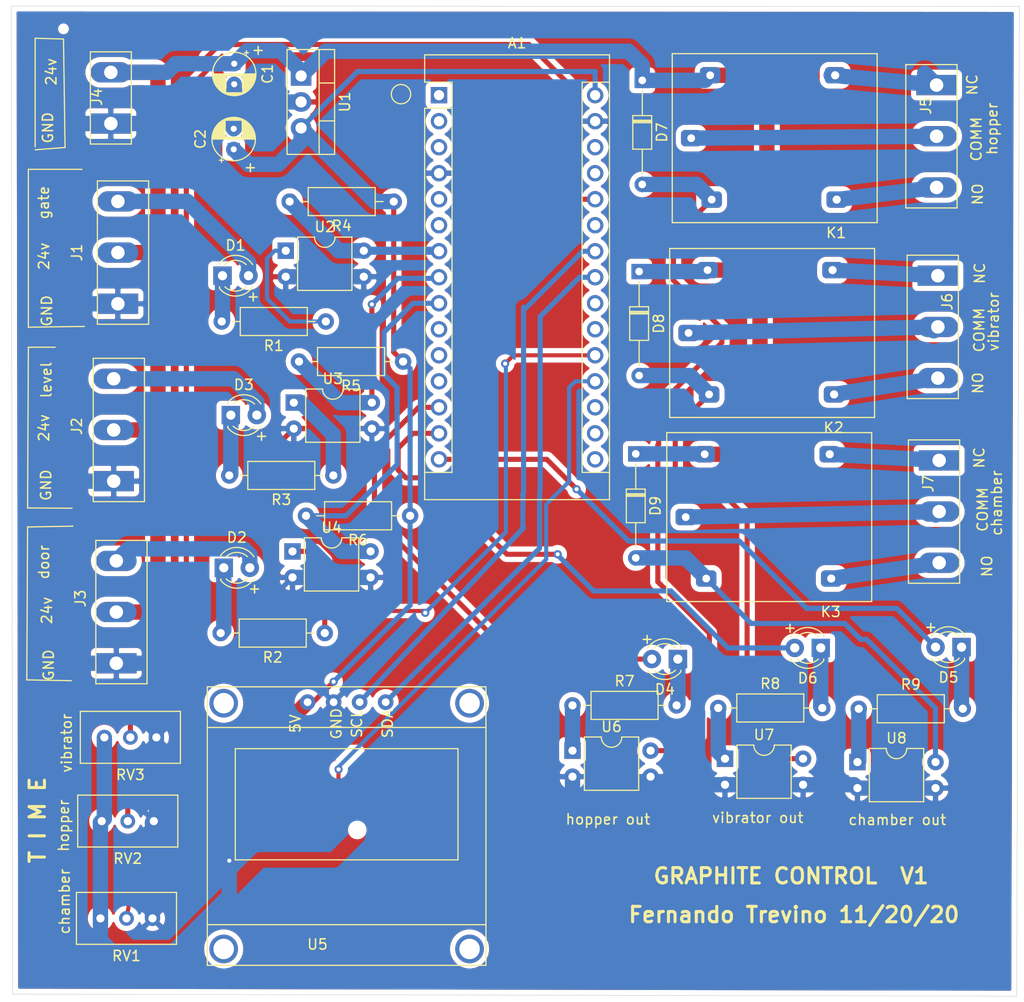
<source format=kicad_pcb>
(kicad_pcb (version 20171130) (host pcbnew "(5.1.6)-1")
  (layers (0 F.Cu signal) (31 B.Cu signal) (34 B.Paste user) (35 F.Paste user) (36 B.SilkS user) (37 F.SilkS user) (38 B.Mask user) (39 F.Mask user) (44 Edge.Cuts user))
  (net 0 "")
  (net 1 "Net-(A1-Pad1)")
  (net 2 "Net-(A1-Pad17)")
  (net 3 "Net-(A1-Pad2)")
  (net 4 "Net-(A1-Pad18)")
  (net 5 "Net-(A1-Pad3)")
  (net 6 Ao)
  (net 7 GND)
  (net 8 A1)
  (net 9 "Net-(A1-Pad5)")
  (net 10 "Net-(A1-Pad21)")
  (net 11 "Net-(A1-Pad6)")
  (net 12 "Net-(A1-Pad22)")
  (net 13 gate_hopper)
  (net 14 A4)
  (net 15 level_chamber)
  (net 16 A5)
  (net 17 safety_doors)
  (net 18 "Net-(A1-Pad25)")
  (net 19 "Net-(A1-Pad10)")
  (net 20 A7)
  (net 21 "Net-(A1-Pad11)")
  (net 22 "Net-(A1-Pad27)")
  (net 23 "Net-(A1-Pad12)")
  (net 24 "Net-(A1-Pad28)")
  (net 25 out_hopper)
  (net 26 out_vibrator)
  (net 27 +5vdc)
  (net 28 out_chamber)
  (net 29 "Net-(A1-Pad16)")
  (net 30 +24vdc)
  (net 31 "Net-(D1-Pad2)")
  (net 32 "Net-(D1-Pad1)")
  (net 33 "Net-(D2-Pad2)")
  (net 34 "Net-(D2-Pad1)")
  (net 35 "Net-(D3-Pad1)")
  (net 36 "Net-(D3-Pad2)")
  (net 37 "Net-(D4-Pad1)")
  (net 38 "Net-(D5-Pad1)")
  (net 39 "Net-(D6-Pad1)")
  (net 40 "Net-(D7-Pad2)")
  (net 41 "Net-(D8-Pad2)")
  (net 42 "Net-(D9-Pad2)")
  (net 43 "Net-(J5-Pad3)")
  (net 44 "Net-(J5-Pad2)")
  (net 45 "Net-(J5-Pad1)")
  (net 46 "Net-(J6-Pad3)")
  (net 47 "Net-(J6-Pad2)")
  (net 48 "Net-(J6-Pad1)")
  (net 49 "Net-(J7-Pad1)")
  (net 50 "Net-(J7-Pad2)")
  (net 51 "Net-(J7-Pad3)")
  (net 52 "Net-(R1-Pad1)")
  (net 53 "Net-(R2-Pad1)")
  (net 54 "Net-(R3-Pad1)")
  (net 55 "Net-(R7-Pad1)")
  (net 56 "Net-(R8-Pad1)")
  (net 57 "Net-(R9-Pad1)")
  (module ssd1306128x64:ssd1306128x64 (layer F.Cu) (at 66.4464 110.4392)
    (fp_text reference U5 (at -2.8448 11.557) (layer F.SilkS))
    (fp_text value ssd1306128x64)
    (fp_text user SDA (at 4 -10 90) (layer F.SilkS))
    (fp_text user SCL (at 1 -10 90) (layer F.SilkS))
    (fp_text user 5V (at -5 -10 90) (layer F.SilkS))
    (fp_text user GND (at -1 -10 90) (layer F.SilkS))
    (pad "" thru_hole circle (at -12 12) (size 2.8 2.8) (drill 2) (layers *.Cu *.Mask))
    (pad "" thru_hole circle (at 12 12) (size 2.8 2.8) (drill 2) (layers *.Cu *.Mask))
    (pad "" thru_hole circle (at 12 -12) (size 2.8 2.8) (drill 2) (layers *.Cu *.Mask))
    (pad "" thru_hole circle (at -12 -12) (size 2.8 2.8) (drill 2) (layers *.Cu *.Mask))
    (pad 4 thru_hole circle (at 3.81 -12.1) (size 1.524 1.524) (drill 0.762) (layers *.Cu *.Mask) (net 14 A4))
    (pad 3 thru_hole circle (at 1.27 -12.1) (size 1.524 1.524) (drill 0.762) (layers *.Cu *.Mask) (net 16 A5))
    (pad 2 thru_hole circle (at -1.27 -12.1) (size 1.524 1.524) (drill 0.762) (layers *.Cu *.Mask) (net 7 GND))
    (pad 1 thru_hole circle (at -3.81 -12.1) (size 1.524 1.524) (drill 0.762) (layers *.Cu *.Mask) (net 27 +5vdc))
  )
  (module conectores:TerminalBlock_Altech_AK300-2_P5.00mm (layer F.Cu) (at 43.434 41.8338 90)
    (fp_text reference J4 (at 2.5908 -1.3716 90) (layer F.SilkS))
    (fp_text value Screw_Terminal_01x02)
    (pad 2 thru_hole oval (at 5 0 90) (size 1.98 3.96) (drill 1.32) (layers *.Cu *.Mask) (net 30 +24vdc))
    (pad 1 thru_hole rect (at 0 0 90) (size 1.98 3.96) (drill 1.32) (layers *.Cu *.Mask) (net 7 GND))
  )
  (module conectores:TerminalBlock_Altech_AK300-3_P5.00mm (layer F.Cu) (at 124.0282 38.0746 270)
    (fp_text reference J5 (at 2.032 1.0414 270) (layer F.SilkS))
    (fp_text value Screw_Terminal_01x03)
    (pad 3 thru_hole oval (at 10 0 270) (size 1.98 3.96) (drill 1.32) (layers *.Cu *.Mask) (net 43 "Net-(J5-Pad3)"))
    (pad 2 thru_hole oval (at 5 0 270) (size 1.98 3.96) (drill 1.32) (layers *.Cu *.Mask) (net 44 "Net-(J5-Pad2)"))
    (pad 1 thru_hole rect (at 0 0 270) (size 1.98 3.96) (drill 1.32) (layers *.Cu *.Mask) (net 45 "Net-(J5-Pad1)"))
  )
  (module conectores:TerminalBlock_Altech_AK300-3_P5.00mm (layer F.Cu) (at 44.1198 59.436 90)
    (fp_text reference J1 (at 5 -4 90) (layer F.SilkS))
    (fp_text value Screw_Terminal_01x03)
    (pad 3 thru_hole oval (at 10 0 90) (size 1.98 3.96) (drill 1.32) (layers *.Cu *.Mask) (net 31 "Net-(D1-Pad2)"))
    (pad 2 thru_hole oval (at 5 0 90) (size 1.98 3.96) (drill 1.32) (layers *.Cu *.Mask) (net 30 +24vdc))
    (pad 1 thru_hole rect (at 0 0 90) (size 1.98 3.96) (drill 1.32) (layers *.Cu *.Mask) (net 7 GND))
  )
  (module conectores:TerminalBlock_Altech_AK300-3_P5.00mm (layer F.Cu) (at 43.7134 76.7588 90)
    (fp_text reference J2 (at 5.3594 -3.6068 90) (layer F.SilkS))
    (fp_text value Screw_Terminal_01x03)
    (pad 3 thru_hole oval (at 10 0 90) (size 1.98 3.96) (drill 1.32) (layers *.Cu *.Mask) (net 36 "Net-(D3-Pad2)"))
    (pad 2 thru_hole oval (at 5 0 90) (size 1.98 3.96) (drill 1.32) (layers *.Cu *.Mask) (net 30 +24vdc))
    (pad 1 thru_hole rect (at 0 0 90) (size 1.98 3.96) (drill 1.32) (layers *.Cu *.Mask) (net 7 GND))
  )
  (module conectores:TerminalBlock_Altech_AK300-3_P5.00mm (layer F.Cu) (at 43.9674 94.5388 90)
    (fp_text reference J3 (at 6.3246 -3.5052 90) (layer F.SilkS))
    (fp_text value Screw_Terminal_01x03)
    (pad 3 thru_hole oval (at 10 0 90) (size 1.98 3.96) (drill 1.32) (layers *.Cu *.Mask) (net 33 "Net-(D2-Pad2)"))
    (pad 2 thru_hole oval (at 5 0 90) (size 1.98 3.96) (drill 1.32) (layers *.Cu *.Mask) (net 30 +24vdc))
    (pad 1 thru_hole rect (at 0 0 90) (size 1.98 3.96) (drill 1.32) (layers *.Cu *.Mask) (net 7 GND))
  )
  (module conectores:TerminalBlock_Altech_AK300-3_P5.00mm (layer F.Cu) (at 124.1552 56.6928 270)
    (fp_text reference J6 (at 2.54 -0.9144 90) (layer F.SilkS))
    (fp_text value Screw_Terminal_01x03)
    (pad 3 thru_hole oval (at 10 0 270) (size 1.98 3.96) (drill 1.32) (layers *.Cu *.Mask) (net 46 "Net-(J6-Pad3)"))
    (pad 2 thru_hole oval (at 5 0 270) (size 1.98 3.96) (drill 1.32) (layers *.Cu *.Mask) (net 47 "Net-(J6-Pad2)"))
    (pad 1 thru_hole rect (at 0 0 270) (size 1.98 3.96) (drill 1.32) (layers *.Cu *.Mask) (net 48 "Net-(J6-Pad1)"))
  )
  (module conectores:TerminalBlock_Altech_AK300-3_P5.00mm (layer F.Cu) (at 124.2822 74.7268 270)
    (fp_text reference J7 (at 2.286 1.0668 90) (layer F.SilkS))
    (fp_text value Screw_Terminal_01x03)
    (pad 3 thru_hole oval (at 10 0 270) (size 1.98 3.96) (drill 1.32) (layers *.Cu *.Mask) (net 51 "Net-(J7-Pad3)"))
    (pad 2 thru_hole oval (at 5 0 270) (size 1.98 3.96) (drill 1.32) (layers *.Cu *.Mask) (net 50 "Net-(J7-Pad2)"))
    (pad 1 thru_hole rect (at 0 0 270) (size 1.98 3.96) (drill 1.32) (layers *.Cu *.Mask) (net 49 "Net-(J7-Pad1)"))
  )
  (module Module:Arduino_Nano (layer F.Cu) (at 75.4634 39.0652)
    (fp_text reference A1 (at 7.62 -5.08) (layer F.SilkS))
    (fp_text value Arduino_Nano_v3.x)
    (pad 16 thru_hole oval (at 15.24 35.56) (size 1.6 1.6) (drill 1) (layers *.Cu *.Mask) (net 29 "Net-(A1-Pad16)"))
    (pad 15 thru_hole oval (at 0 35.56) (size 1.6 1.6) (drill 1) (layers *.Cu *.Mask) (net 28 out_chamber))
    (pad 30 thru_hole oval (at 15.24 0) (size 1.6 1.6) (drill 1) (layers *.Cu *.Mask) (net 27 +5vdc))
    (pad 14 thru_hole oval (at 0 33.02) (size 1.6 1.6) (drill 1) (layers *.Cu *.Mask) (net 26 out_vibrator))
    (pad 29 thru_hole oval (at 15.24 2.54) (size 1.6 1.6) (drill 1) (layers *.Cu *.Mask) (net 7 GND))
    (pad 13 thru_hole oval (at 0 30.48) (size 1.6 1.6) (drill 1) (layers *.Cu *.Mask) (net 25 out_hopper))
    (pad 28 thru_hole oval (at 15.24 5.08) (size 1.6 1.6) (drill 1) (layers *.Cu *.Mask) (net 24 "Net-(A1-Pad28)"))
    (pad 12 thru_hole oval (at 0 27.94) (size 1.6 1.6) (drill 1) (layers *.Cu *.Mask) (net 23 "Net-(A1-Pad12)"))
    (pad 27 thru_hole oval (at 15.24 7.62) (size 1.6 1.6) (drill 1) (layers *.Cu *.Mask) (net 22 "Net-(A1-Pad27)"))
    (pad 11 thru_hole oval (at 0 25.4) (size 1.6 1.6) (drill 1) (layers *.Cu *.Mask) (net 21 "Net-(A1-Pad11)"))
    (pad 26 thru_hole oval (at 15.24 10.16) (size 1.6 1.6) (drill 1) (layers *.Cu *.Mask) (net 20 A7))
    (pad 10 thru_hole oval (at 0 22.86) (size 1.6 1.6) (drill 1) (layers *.Cu *.Mask) (net 19 "Net-(A1-Pad10)"))
    (pad 25 thru_hole oval (at 15.24 12.7) (size 1.6 1.6) (drill 1) (layers *.Cu *.Mask) (net 18 "Net-(A1-Pad25)"))
    (pad 9 thru_hole oval (at 0 20.32) (size 1.6 1.6) (drill 1) (layers *.Cu *.Mask) (net 17 safety_doors))
    (pad 24 thru_hole oval (at 15.24 15.24) (size 1.6 1.6) (drill 1) (layers *.Cu *.Mask) (net 16 A5))
    (pad 8 thru_hole oval (at 0 17.78) (size 1.6 1.6) (drill 1) (layers *.Cu *.Mask) (net 15 level_chamber))
    (pad 23 thru_hole oval (at 15.24 17.78) (size 1.6 1.6) (drill 1) (layers *.Cu *.Mask) (net 14 A4))
    (pad 7 thru_hole oval (at 0 15.24) (size 1.6 1.6) (drill 1) (layers *.Cu *.Mask) (net 13 gate_hopper))
    (pad 22 thru_hole oval (at 15.24 20.32) (size 1.6 1.6) (drill 1) (layers *.Cu *.Mask) (net 12 "Net-(A1-Pad22)"))
    (pad 6 thru_hole oval (at 0 12.7) (size 1.6 1.6) (drill 1) (layers *.Cu *.Mask) (net 11 "Net-(A1-Pad6)"))
    (pad 21 thru_hole oval (at 15.24 22.86) (size 1.6 1.6) (drill 1) (layers *.Cu *.Mask) (net 10 "Net-(A1-Pad21)"))
    (pad 5 thru_hole oval (at 0 10.16) (size 1.6 1.6) (drill 1) (layers *.Cu *.Mask) (net 9 "Net-(A1-Pad5)"))
    (pad 20 thru_hole oval (at 15.24 25.4) (size 1.6 1.6) (drill 1) (layers *.Cu *.Mask) (net 8 A1))
    (pad 4 thru_hole oval (at 0 7.62) (size 1.6 1.6) (drill 1) (layers *.Cu *.Mask) (net 7 GND))
    (pad 19 thru_hole oval (at 15.24 27.94) (size 1.6 1.6) (drill 1) (layers *.Cu *.Mask) (net 6 Ao))
    (pad 3 thru_hole oval (at 0 5.08) (size 1.6 1.6) (drill 1) (layers *.Cu *.Mask) (net 5 "Net-(A1-Pad3)"))
    (pad 18 thru_hole oval (at 15.24 30.48) (size 1.6 1.6) (drill 1) (layers *.Cu *.Mask) (net 4 "Net-(A1-Pad18)"))
    (pad 2 thru_hole oval (at 0 2.54) (size 1.6 1.6) (drill 1) (layers *.Cu *.Mask) (net 3 "Net-(A1-Pad2)"))
    (pad 17 thru_hole oval (at 15.24 33.02) (size 1.6 1.6) (drill 1) (layers *.Cu *.Mask) (net 2 "Net-(A1-Pad17)"))
    (pad 1 thru_hole rect (at 0 0) (size 1.6 1.6) (drill 1) (layers *.Cu *.Mask) (net 1 "Net-(A1-Pad1)"))
  )
  (module miscelaneus:led (layer F.Cu) (at 54.3306 56.6928)
    (fp_text reference D1 (at 1.27 -2.96) (layer F.SilkS))
    (fp_text value LED)
    (fp_text user + (at 3 2) (layer F.SilkS))
    (pad 2 thru_hole circle (at 2.54 0) (size 1.8 1.8) (drill 0.9) (layers *.Cu *.Mask) (net 31 "Net-(D1-Pad2)"))
    (pad 1 thru_hole rect (at 0 0) (size 1.8 1.8) (drill 0.9) (layers *.Cu *.Mask) (net 32 "Net-(D1-Pad1)"))
  )
  (module miscelaneus:led (layer F.Cu) (at 54.4576 85.217)
    (fp_text reference D2 (at 1.27 -2.96) (layer F.SilkS))
    (fp_text value LED)
    (fp_text user + (at 3 2) (layer F.SilkS))
    (pad 2 thru_hole circle (at 2.54 0) (size 1.8 1.8) (drill 0.9) (layers *.Cu *.Mask) (net 33 "Net-(D2-Pad2)"))
    (pad 1 thru_hole rect (at 0 0) (size 1.8 1.8) (drill 0.9) (layers *.Cu *.Mask) (net 34 "Net-(D2-Pad1)"))
  )
  (module miscelaneus:led (layer F.Cu) (at 55.1434 70.3072)
    (fp_text reference D3 (at 1.27 -2.96) (layer F.SilkS))
    (fp_text value LED)
    (fp_text user + (at 3 2) (layer F.SilkS))
    (pad 2 thru_hole circle (at 2.54 0) (size 1.8 1.8) (drill 0.9) (layers *.Cu *.Mask) (net 36 "Net-(D3-Pad2)"))
    (pad 1 thru_hole rect (at 0 0) (size 1.8 1.8) (drill 0.9) (layers *.Cu *.Mask) (net 35 "Net-(D3-Pad1)"))
  )
  (module miscelaneus:led (layer F.Cu) (at 98.7806 94.1324 180)
    (fp_text reference D4 (at 1.27 -2.96) (layer F.SilkS))
    (fp_text value LED)
    (fp_text user + (at 3 2) (layer F.SilkS))
    (pad 2 thru_hole circle (at 2.54 0 180) (size 1.8 1.8) (drill 0.9) (layers *.Cu *.Mask) (net 25 out_hopper))
    (pad 1 thru_hole rect (at 0 0 180) (size 1.8 1.8) (drill 0.9) (layers *.Cu *.Mask) (net 37 "Net-(D4-Pad1)"))
  )
  (module miscelaneus:led (layer F.Cu) (at 126.4666 92.964 180)
    (fp_text reference D5 (at 1.27 -2.96) (layer F.SilkS))
    (fp_text value LED)
    (fp_text user + (at 3 2) (layer F.SilkS))
    (pad 2 thru_hole circle (at 2.54 0 180) (size 1.8 1.8) (drill 0.9) (layers *.Cu *.Mask) (net 28 out_chamber))
    (pad 1 thru_hole rect (at 0 0 180) (size 1.8 1.8) (drill 0.9) (layers *.Cu *.Mask) (net 38 "Net-(D5-Pad1)"))
  )
  (module miscelaneus:led (layer F.Cu) (at 112.7252 93.0402 180)
    (fp_text reference D6 (at 1.27 -2.96) (layer F.SilkS))
    (fp_text value LED)
    (fp_text user + (at 3 2) (layer F.SilkS))
    (pad 2 thru_hole circle (at 2.54 0 180) (size 1.8 1.8) (drill 0.9) (layers *.Cu *.Mask) (net 26 out_vibrator))
    (pad 1 thru_hole rect (at 0 0 180) (size 1.8 1.8) (drill 0.9) (layers *.Cu *.Mask) (net 39 "Net-(D6-Pad1)"))
  )
  (module srd24:srd24 (layer F.Cu) (at 108.2294 43.5102)
    (fp_text reference K1 (at 6 9) (layer F.SilkS))
    (fp_text value srd24)
    (pad 2 thru_hole roundrect (at -6.15 5.75) (size 2 1.6) (drill 0.762) (layers *.Cu *.Mask) (net 40 "Net-(D7-Pad2)"))
    (pad 5 thru_hole roundrect (at 6.05 5.75) (size 2 1.6) (drill 0.8) (layers *.Cu *.Mask) (net 43 "Net-(J5-Pad3)"))
    (pad 3 thru_hole roundrect (at 5.9 -6.39) (size 2 1.6) (drill 0.8) (layers *.Cu *.Mask) (net 45 "Net-(J5-Pad1)"))
    (pad 1 thru_hole roundrect (at -6.3 -6.39) (size 2 1.6) (drill 0.762) (layers *.Cu *.Mask) (net 30 +24vdc))
    (pad 4 thru_hole roundrect (at -8.15 -0.25) (size 2 1.6) (drill 0.762) (layers *.Cu *.Mask) (net 44 "Net-(J5-Pad2)"))
  )
  (module srd24:srd24 (layer F.Cu) (at 107.9754 62.5348)
    (fp_text reference K2 (at 6 9) (layer F.SilkS))
    (fp_text value srd24)
    (pad 2 thru_hole roundrect (at -6.15 5.75) (size 2 1.6) (drill 0.762) (layers *.Cu *.Mask) (net 41 "Net-(D8-Pad2)"))
    (pad 5 thru_hole roundrect (at 6.05 5.75) (size 2 1.6) (drill 0.8) (layers *.Cu *.Mask) (net 46 "Net-(J6-Pad3)"))
    (pad 3 thru_hole roundrect (at 5.9 -6.39) (size 2 1.6) (drill 0.8) (layers *.Cu *.Mask) (net 48 "Net-(J6-Pad1)"))
    (pad 1 thru_hole roundrect (at -6.3 -6.39) (size 2 1.6) (drill 0.762) (layers *.Cu *.Mask) (net 30 +24vdc))
    (pad 4 thru_hole roundrect (at -8.15 -0.25) (size 2 1.6) (drill 0.762) (layers *.Cu *.Mask) (net 47 "Net-(J6-Pad2)"))
  )
  (module srd24:srd24 (layer F.Cu) (at 107.696 80.518)
    (fp_text reference K3 (at 6 9) (layer F.SilkS))
    (fp_text value srd24)
    (pad 2 thru_hole roundrect (at -6.15 5.75) (size 2 1.6) (drill 0.762) (layers *.Cu *.Mask) (net 42 "Net-(D9-Pad2)"))
    (pad 5 thru_hole roundrect (at 6.05 5.75) (size 2 1.6) (drill 0.8) (layers *.Cu *.Mask) (net 51 "Net-(J7-Pad3)"))
    (pad 3 thru_hole roundrect (at 5.9 -6.39) (size 2 1.6) (drill 0.8) (layers *.Cu *.Mask) (net 49 "Net-(J7-Pad1)"))
    (pad 1 thru_hole roundrect (at -6.3 -6.39) (size 2 1.6) (drill 0.762) (layers *.Cu *.Mask) (net 30 +24vdc))
    (pad 4 thru_hole roundrect (at -8.15 -0.25) (size 2 1.6) (drill 0.762) (layers *.Cu *.Mask) (net 50 "Net-(J7-Pad2)"))
  )
  (module capacitores:capacitor (layer F.Cu) (at 55.4736 35.9918 270)
    (fp_text reference C1 (at 1 -3.25 90) (layer F.SilkS))
    (fp_text value CP)
    (pad 2 thru_hole circle (at 2 0 270) (size 1.2 1.2) (drill 0.6) (layers *.Cu *.Mask) (net 7 GND))
    (pad 1 thru_hole rect (at 0 0 270) (size 1.2 1.2) (drill 0.6) (layers *.Cu *.Mask) (net 30 +24vdc))
  )
  (module capacitores:capacitor (layer F.Cu) (at 55.4228 44.3484 90)
    (fp_text reference C2 (at 1 -3.25 90) (layer F.SilkS))
    (fp_text value CP)
    (pad 2 thru_hole circle (at 2 0 90) (size 1.2 1.2) (drill 0.6) (layers *.Cu *.Mask) (net 7 GND))
    (pad 1 thru_hole rect (at 0 0 90) (size 1.2 1.2) (drill 0.6) (layers *.Cu *.Mask) (net 27 +5vdc))
  )
  (module miscelaneus:diode (layer F.Cu) (at 95.3008 37.6174 270)
    (fp_text reference D7 (at 5.08 -1.92 90) (layer F.SilkS))
    (fp_text value D)
    (pad 2 thru_hole oval (at 10.16 0 270) (size 1.5 1.5) (drill 0.75) (layers *.Cu *.Mask) (net 40 "Net-(D7-Pad2)"))
    (pad 1 thru_hole rect (at 0 0 270) (size 1.5 1.5) (drill 0.75) (layers *.Cu *.Mask) (net 30 +24vdc))
  )
  (module miscelaneus:diode (layer F.Cu) (at 94.996 56.2864 270)
    (fp_text reference D8 (at 5.08 -1.92 90) (layer F.SilkS))
    (fp_text value D)
    (pad 2 thru_hole oval (at 10.16 0 270) (size 1.5 1.5) (drill 0.75) (layers *.Cu *.Mask) (net 41 "Net-(D8-Pad2)"))
    (pad 1 thru_hole rect (at 0 0 270) (size 1.5 1.5) (drill 0.75) (layers *.Cu *.Mask) (net 30 +24vdc))
  )
  (module miscelaneus:diode (layer F.Cu) (at 94.6658 74.0918 270)
    (fp_text reference D9 (at 5.08 -1.92 90) (layer F.SilkS))
    (fp_text value D)
    (pad 2 thru_hole oval (at 10.16 0 270) (size 1.5 1.5) (drill 0.75) (layers *.Cu *.Mask) (net 42 "Net-(D9-Pad2)"))
    (pad 1 thru_hole rect (at 0 0 270) (size 1.5 1.5) (drill 0.75) (layers *.Cu *.Mask) (net 30 +24vdc))
  )
  (module miscelaneus:resistor (layer F.Cu) (at 64.4144 61.1632 180)
    (fp_text reference R1 (at 5.08 -2.37) (layer F.SilkS))
    (fp_text value 4.7k)
    (pad 2 thru_hole oval (at 10.16 0 180) (size 1.6 1.6) (drill 0.8) (layers *.Cu *.Mask) (net 32 "Net-(D1-Pad1)"))
    (pad 1 thru_hole circle (at 0 0 180) (size 1.6 1.6) (drill 0.8) (layers *.Cu *.Mask) (net 52 "Net-(R1-Pad1)"))
  )
  (module miscelaneus:resistor (layer F.Cu) (at 64.3128 91.5924 180)
    (fp_text reference R2 (at 5.08 -2.37) (layer F.SilkS))
    (fp_text value 4.7k)
    (pad 2 thru_hole oval (at 10.16 0 180) (size 1.6 1.6) (drill 0.8) (layers *.Cu *.Mask) (net 34 "Net-(D2-Pad1)"))
    (pad 1 thru_hole circle (at 0 0 180) (size 1.6 1.6) (drill 0.8) (layers *.Cu *.Mask) (net 53 "Net-(R2-Pad1)"))
  )
  (module miscelaneus:resistor (layer F.Cu) (at 65.151 76.2 180)
    (fp_text reference R3 (at 5.08 -2.37) (layer F.SilkS))
    (fp_text value 4.7k)
    (pad 2 thru_hole oval (at 10.16 0 180) (size 1.6 1.6) (drill 0.8) (layers *.Cu *.Mask) (net 35 "Net-(D3-Pad1)"))
    (pad 1 thru_hole circle (at 0 0 180) (size 1.6 1.6) (drill 0.8) (layers *.Cu *.Mask) (net 54 "Net-(R3-Pad1)"))
  )
  (module miscelaneus:resistor (layer F.Cu) (at 71.0438 49.4538 180)
    (fp_text reference R4 (at 5.08 -2.37) (layer F.SilkS))
    (fp_text value 4.7k)
    (pad 2 thru_hole oval (at 10.16 0 180) (size 1.6 1.6) (drill 0.8) (layers *.Cu *.Mask) (net 13 gate_hopper))
    (pad 1 thru_hole circle (at 0 0 180) (size 1.6 1.6) (drill 0.8) (layers *.Cu *.Mask) (net 27 +5vdc))
  )
  (module miscelaneus:resistor (layer F.Cu) (at 71.9582 65.0748 180)
    (fp_text reference R5 (at 5.08 -2.37) (layer F.SilkS))
    (fp_text value 4.7k)
    (pad 2 thru_hole oval (at 10.16 0 180) (size 1.6 1.6) (drill 0.8) (layers *.Cu *.Mask) (net 15 level_chamber))
    (pad 1 thru_hole circle (at 0 0 180) (size 1.6 1.6) (drill 0.8) (layers *.Cu *.Mask) (net 27 +5vdc))
  )
  (module miscelaneus:resistor (layer F.Cu) (at 72.644 80.137 180)
    (fp_text reference R6 (at 5.08 -2.37) (layer F.SilkS))
    (fp_text value 4.7k)
    (pad 2 thru_hole oval (at 10.16 0 180) (size 1.6 1.6) (drill 0.8) (layers *.Cu *.Mask) (net 17 safety_doors))
    (pad 1 thru_hole circle (at 0 0 180) (size 1.6 1.6) (drill 0.8) (layers *.Cu *.Mask) (net 27 +5vdc))
  )
  (module miscelaneus:resistor (layer F.Cu) (at 88.4936 98.6536)
    (fp_text reference R7 (at 5.08 -2.37) (layer F.SilkS))
    (fp_text value 150)
    (pad 2 thru_hole oval (at 10.16 0) (size 1.6 1.6) (drill 0.8) (layers *.Cu *.Mask) (net 37 "Net-(D4-Pad1)"))
    (pad 1 thru_hole circle (at 0 0) (size 1.6 1.6) (drill 0.8) (layers *.Cu *.Mask) (net 55 "Net-(R7-Pad1)"))
  )
  (module miscelaneus:resistor (layer F.Cu) (at 102.7176 98.9076)
    (fp_text reference R8 (at 5.08 -2.37) (layer F.SilkS))
    (fp_text value 150)
    (pad 2 thru_hole oval (at 10.16 0) (size 1.6 1.6) (drill 0.8) (layers *.Cu *.Mask) (net 39 "Net-(D6-Pad1)"))
    (pad 1 thru_hole circle (at 0 0) (size 1.6 1.6) (drill 0.8) (layers *.Cu *.Mask) (net 56 "Net-(R8-Pad1)"))
  )
  (module miscelaneus:resistor (layer F.Cu) (at 116.4336 98.9838)
    (fp_text reference R9 (at 5.08 -2.37) (layer F.SilkS))
    (fp_text value 150)
    (pad 2 thru_hole oval (at 10.16 0) (size 1.6 1.6) (drill 0.8) (layers *.Cu *.Mask) (net 38 "Net-(D5-Pad1)"))
    (pad 1 thru_hole circle (at 0 0) (size 1.6 1.6) (drill 0.8) (layers *.Cu *.Mask) (net 57 "Net-(R9-Pad1)"))
  )
  (module miscelaneus:potensiometro (layer F.Cu) (at 42.418 119.4562 180)
    (fp_text reference RV1 (at -2.54 -3.66) (layer F.SilkS))
    (fp_text value 1k)
    (pad 3 thru_hole circle (at -5.08 0 180) (size 1.44 1.44) (drill 0.8) (layers *.Cu *.Mask) (net 7 GND))
    (pad 2 thru_hole circle (at -2.54 0 180) (size 1.44 1.44) (drill 0.8) (layers *.Cu *.Mask) (net 6 Ao))
    (pad 1 thru_hole circle (at 0 0 180) (size 1.44 1.44) (drill 0.8) (layers *.Cu *.Mask) (net 27 +5vdc))
  )
  (module miscelaneus:potensiometro (layer F.Cu) (at 42.545 109.9566 180)
    (fp_text reference RV2 (at -2.54 -3.66) (layer F.SilkS))
    (fp_text value 1k)
    (pad 3 thru_hole circle (at -5.08 0 180) (size 1.44 1.44) (drill 0.8) (layers *.Cu *.Mask) (net 7 GND))
    (pad 2 thru_hole circle (at -2.54 0 180) (size 1.44 1.44) (drill 0.8) (layers *.Cu *.Mask) (net 8 A1))
    (pad 1 thru_hole circle (at 0 0 180) (size 1.44 1.44) (drill 0.8) (layers *.Cu *.Mask) (net 27 +5vdc))
  )
  (module miscelaneus:potensiometro (layer F.Cu) (at 42.799 101.7778 180)
    (fp_text reference RV3 (at -2.54 -3.66) (layer F.SilkS))
    (fp_text value 1k)
    (pad 3 thru_hole circle (at -5.08 0 180) (size 1.44 1.44) (drill 0.8) (layers *.Cu *.Mask) (net 7 GND))
    (pad 2 thru_hole circle (at -2.54 0 180) (size 1.44 1.44) (drill 0.8) (layers *.Cu *.Mask) (net 20 A7))
    (pad 1 thru_hole circle (at 0 0 180) (size 1.44 1.44) (drill 0.8) (layers *.Cu *.Mask) (net 27 +5vdc))
  )
  (module reguladores:7805 (layer F.Cu) (at 62.0014 37.1856 270)
    (fp_text reference U1 (at 2.54 -4.27 90) (layer F.SilkS))
    (fp_text value L7805)
    (pad 3 thru_hole oval (at 5.08 0 270) (size 1.905 2) (drill 1.1) (layers *.Cu *.Mask) (net 27 +5vdc))
    (pad 2 thru_hole oval (at 2.54 0 270) (size 1.905 2) (drill 1.1) (layers *.Cu *.Mask) (net 7 GND))
    (pad 1 thru_hole rect (at 0 0 270) (size 1.905 2) (drill 1.1) (layers *.Cu *.Mask) (net 30 +24vdc))
  )
  (module Package_DIP:DIP-4_W7.62mm (layer F.Cu) (at 60.5028 54.2544)
    (fp_text reference U2 (at 3.81 -2.33) (layer F.SilkS))
    (fp_text value EL817)
    (pad 4 thru_hole oval (at 7.62 0) (size 1.6 1.6) (drill 0.8) (layers *.Cu *.Mask) (net 13 gate_hopper))
    (pad 2 thru_hole oval (at 0 2.54) (size 1.6 1.6) (drill 0.8) (layers *.Cu *.Mask) (net 7 GND))
    (pad 3 thru_hole oval (at 7.62 2.54) (size 1.6 1.6) (drill 0.8) (layers *.Cu *.Mask) (net 7 GND))
    (pad 1 thru_hole rect (at 0 0) (size 1.6 1.6) (drill 0.8) (layers *.Cu *.Mask) (net 52 "Net-(R1-Pad1)"))
  )
  (module Package_DIP:DIP-4_W7.62mm (layer F.Cu) (at 61.2902 69.088)
    (fp_text reference U3 (at 3.81 -2.33) (layer F.SilkS))
    (fp_text value EL817)
    (pad 4 thru_hole oval (at 7.62 0) (size 1.6 1.6) (drill 0.8) (layers *.Cu *.Mask) (net 15 level_chamber))
    (pad 2 thru_hole oval (at 0 2.54) (size 1.6 1.6) (drill 0.8) (layers *.Cu *.Mask) (net 7 GND))
    (pad 3 thru_hole oval (at 7.62 2.54) (size 1.6 1.6) (drill 0.8) (layers *.Cu *.Mask) (net 7 GND))
    (pad 1 thru_hole rect (at 0 0) (size 1.6 1.6) (drill 0.8) (layers *.Cu *.Mask) (net 54 "Net-(R3-Pad1)"))
  )
  (module Package_DIP:DIP-4_W7.62mm (layer F.Cu) (at 61.1632 83.6168)
    (fp_text reference U4 (at 3.81 -2.33) (layer F.SilkS))
    (fp_text value EL817)
    (pad 4 thru_hole oval (at 7.62 0) (size 1.6 1.6) (drill 0.8) (layers *.Cu *.Mask) (net 17 safety_doors))
    (pad 2 thru_hole oval (at 0 2.54) (size 1.6 1.6) (drill 0.8) (layers *.Cu *.Mask) (net 7 GND))
    (pad 3 thru_hole oval (at 7.62 2.54) (size 1.6 1.6) (drill 0.8) (layers *.Cu *.Mask) (net 7 GND))
    (pad 1 thru_hole rect (at 0 0) (size 1.6 1.6) (drill 0.8) (layers *.Cu *.Mask) (net 53 "Net-(R2-Pad1)"))
  )
  (module Package_DIP:DIP-4_W7.62mm (layer F.Cu) (at 88.4936 103.0732)
    (fp_text reference U6 (at 3.81 -2.33) (layer F.SilkS))
    (fp_text value EL817)
    (pad 4 thru_hole oval (at 7.62 0) (size 1.6 1.6) (drill 0.8) (layers *.Cu *.Mask) (net 40 "Net-(D7-Pad2)"))
    (pad 2 thru_hole oval (at 0 2.54) (size 1.6 1.6) (drill 0.8) (layers *.Cu *.Mask) (net 7 GND))
    (pad 3 thru_hole oval (at 7.62 2.54) (size 1.6 1.6) (drill 0.8) (layers *.Cu *.Mask) (net 7 GND))
    (pad 1 thru_hole rect (at 0 0) (size 1.6 1.6) (drill 0.8) (layers *.Cu *.Mask) (net 55 "Net-(R7-Pad1)"))
  )
  (module Package_DIP:DIP-4_W7.62mm (layer F.Cu) (at 103.378 103.8606)
    (fp_text reference U7 (at 3.81 -2.33) (layer F.SilkS))
    (fp_text value EL817)
    (pad 4 thru_hole oval (at 7.62 0) (size 1.6 1.6) (drill 0.8) (layers *.Cu *.Mask) (net 41 "Net-(D8-Pad2)"))
    (pad 2 thru_hole oval (at 0 2.54) (size 1.6 1.6) (drill 0.8) (layers *.Cu *.Mask) (net 7 GND))
    (pad 3 thru_hole oval (at 7.62 2.54) (size 1.6 1.6) (drill 0.8) (layers *.Cu *.Mask) (net 7 GND))
    (pad 1 thru_hole rect (at 0 0) (size 1.6 1.6) (drill 0.8) (layers *.Cu *.Mask) (net 56 "Net-(R8-Pad1)"))
  )
  (module Package_DIP:DIP-4_W7.62mm (layer F.Cu) (at 116.3066 104.1908)
    (fp_text reference U8 (at 3.81 -2.33) (layer F.SilkS))
    (fp_text value EL817)
    (pad 4 thru_hole oval (at 7.62 0) (size 1.6 1.6) (drill 0.8) (layers *.Cu *.Mask) (net 42 "Net-(D9-Pad2)"))
    (pad 2 thru_hole oval (at 0 2.54) (size 1.6 1.6) (drill 0.8) (layers *.Cu *.Mask) (net 7 GND))
    (pad 3 thru_hole oval (at 7.62 2.54) (size 1.6 1.6) (drill 0.8) (layers *.Cu *.Mask) (net 7 GND))
    (pad 1 thru_hole rect (at 0 0) (size 1.6 1.6) (drill 0.8) (layers *.Cu *.Mask) (net 57 "Net-(R9-Pad1)"))
  )
  (gr_text "chamber out" (at 120.1928 109.8296) (layer F.SilkS) (effects (font (size 1 1))))
  (gr_text "vibrator out" (at 106.5784 109.6264) (layer F.SilkS) (effects (font (size 1 1))))
  (gr_text "hopper out" (at 91.948 109.7788) (layer F.SilkS) (effects (font (size 1 1))))
  (gr_text "Fernando Trevino 11/20/20" (at 110.109 119.1006) (layer F.SilkS) (effects (font (size 1.5 1.5) (thickness 0.3))))
  (gr_text "GRAPHITE CONTROL  V1" (at 109.8296 115.316) (layer F.SilkS) (effects (font (size 1.5 1.5) (thickness 0.3))))
  (gr_text "T I M E" (at 36.2712 109.855 90) (layer F.SilkS) (effects (font (size 1.5 1.5) (thickness 0.3))))
  (gr_line (start 38.9636 44.1706) (end 36.0426 44.3992) (layer F.SilkS) (width 0.12))
  (gr_line (start 38.8112 33.5788) (end 38.9636 44.1706) (layer F.SilkS) (width 0.12))
  (gr_line (start 36.0426 33.5026) (end 38.8112 33.5788) (layer F.SilkS) (width 0.12))
  (gr_line (start 36.0426 44.0944) (end 36.0426 33.5026) (layer F.SilkS) (width 0.12))
  (gr_line (start 35.2298 96.1644) (end 39.5732 96.2406) (layer F.SilkS) (width 0.12))
  (gr_line (start 35.306 81.2292) (end 35.2298 96.1644) (layer F.SilkS) (width 0.12))
  (gr_line (start 39.7256 81.153) (end 35.306 81.2292) (layer F.SilkS) (width 0.12))
  (gr_line (start 35.306 79.375) (end 39.6494 79.4004) (layer F.SilkS) (width 0.12))
  (gr_line (start 35.3822 63.6778) (end 35.306 79.375) (layer F.SilkS) (width 0.12))
  (gr_line (start 37.9984 63.6778) (end 35.3822 63.6778) (layer F.SilkS) (width 0.12))
  (gr_line (start 35.3822 61.722) (end 40.8432 61.6458) (layer F.SilkS) (width 0.12))
  (gr_line (start 35.3822 46.3042) (end 35.3822 61.722) (layer F.SilkS) (width 0.12))
  (gr_line (start 40.6146 46.3042) (end 35.3822 46.3042) (layer F.SilkS) (width 0.12))
  (gr_text gate (at 36.8808 49.5554 90) (layer F.SilkS) (effects (font (size 1 1))))
  (gr_text level (at 37.1348 66.8782 90) (layer F.SilkS) (effects (font (size 1 1))))
  (gr_text door (at 36.9062 84.6582 90) (layer F.SilkS) (effects (font (size 1 1))))
  (gr_text 24v (at 37.1856 89.3826 90) (layer F.SilkS) (effects (font (size 1 1))))
  (gr_text 24v (at 36.9062 71.5518 90) (layer F.SilkS) (effects (font (size 1 1))))
  (gr_text 24v (at 36.9062 54.7878 90) (layer F.SilkS) (effects (font (size 1 1))))
  (gr_text GND (at 37.3634 94.7166 90) (layer F.SilkS) (effects (font (size 1 1))))
  (gr_text GND (at 37.1094 77.1398 90) (layer F.SilkS) (effects (font (size 1 1))))
  (gr_text GND (at 37.1856 60.1218 90) (layer F.SilkS) (effects (font (size 1 1))))
  (gr_text GND (at 37.2872 42.2402 90) (layer F.SilkS) (effects (font (size 1 1))))
  (gr_text 24v (at 37.6174 36.7792 90) (layer F.SilkS) (effects (font (size 1 1))))
  (gr_text chamber (at 38.9128 117.8052 90) (layer F.SilkS) (effects (font (size 1 1))))
  (gr_text hopper (at 38.8366 110.3884 90) (layer F.SilkS) (effects (font (size 1 1))))
  (gr_text vibrator (at 39.116 102.3366 90) (layer F.SilkS) (effects (font (size 1 1))))
  (gr_text + (at 57.8104 34.6202) (layer F.SilkS) (effects (font (size 1 1))))
  (gr_text + (at 57.0484 46.0756) (layer F.SilkS) (effects (font (size 1 1))))
  (gr_circle (center 71.755 38.9636) (end 70.993 38.4048) (layer F.SilkS) (width 0.12))
  (gr_text NO (at 128.9558 85.0646 90) (layer F.SilkS) (effects (font (size 1 1))))
  (gr_text COMM (at 128.524 79.5274 90) (layer F.SilkS) (effects (font (size 1 1))))
  (gr_text NC (at 128.1938 74.4728 90) (layer F.SilkS) (effects (font (size 1 1))))
  (gr_text COMM (at 128.1938 62.0014 90) (layer F.SilkS) (effects (font (size 1 1))))
  (gr_text NO (at 128.0668 67.183 90) (layer F.SilkS) (effects (font (size 1 1))))
  (gr_text NC (at 128.2446 56.4642 90) (layer F.SilkS) (effects (font (size 1 1))))
  (gr_text NO (at 128.0414 48.7426 90) (layer F.SilkS) (effects (font (size 1 1))))
  (gr_text COMM (at 127.9144 43.3578 90) (layer F.SilkS) (effects (font (size 1 1))))
  (gr_text NC (at 127.508 38.0492 90) (layer F.SilkS) (effects (font (size 1 1))))
  (gr_text chamber (at 129.8956 78.8924 90) (layer F.SilkS) (effects (font (size 1 1))))
  (gr_text vibrator (at 129.5908 61.1886 90) (layer F.SilkS) (effects (font (size 1 1))))
  (gr_text hopper (at 129.4638 42.3418 90) (layer F.SilkS) (effects (font (size 1 1))))
  (gr_line (start 38.8112 32.5882) (end 38.8112 32.5882) (layer Edge.Cuts) (width 0.05))
  (gr_line (start 132.1054 30.4038) (end 131.8514 127.0508) (layer Edge.Cuts) (width 0.05))
  (gr_line (start 33.7058 30.353) (end 33.8582 126.8476) (layer Edge.Cuts) (width 0.05))
  (gr_line (start 132.1054 30.4038) (end 33.7058 30.353) (layer Edge.Cuts) (width 0.05))
  (gr_line (start 131.8514 127.0508) (end 33.8582 126.8476) (layer Edge.Cuts) (width 0.05))
  (via (at 65.659 104.902) (size 0.8) (drill 0.4) (layers F.Cu B.Cu) (net 6))
  (segment (start 85.9282 79.0194) (end 85.9282 84.387162) (width 0.4) (layer B.Cu) (net 6))
  (segment (start 88.773 67.0052) (end 88.1634 67.6148) (width 0.4) (layer B.Cu) (net 6))
  (segment (start 88.1634 67.6148) (end 88.1634 76.7842) (width 0.4) (layer B.Cu) (net 6))
  (segment (start 88.1634 76.7842) (end 85.9282 79.0194) (width 0.4) (layer B.Cu) (net 6))
  (segment (start 65.7352 104.8258) (end 65.659 104.902) (width 0.4) (layer B.Cu) (net 6))
  (segment (start 90.7034 67.0052) (end 88.773 67.0052) (width 0.4) (layer B.Cu) (net 6))
  (segment (start 85.9282 84.387162) (end 65.7352 104.580162) (width 0.4) (layer B.Cu) (net 6))
  (segment (start 65.7352 104.580162) (end 65.7352 104.8258) (width 0.4) (layer B.Cu) (net 6))
  (segment (start 45.5168 116.3828) (end 44.958 119.4562) (width 0.4) (layer F.Cu) (net 6))
  (segment (start 62.0776 116.3066) (end 45.5168 116.3828) (width 0.4) (layer F.Cu) (net 6))
  (segment (start 65.659 104.902) (end 65.532 113.411) (width 0.4) (layer F.Cu) (net 6))
  (segment (start 65.532 113.411) (end 62.0776 116.3066) (width 0.4) (layer F.Cu) (net 6))
  (segment (start 123.9266 106.7308) (end 116.3066 106.7308) (width 1.5) (layer B.Cu) (net 7))
  (segment (start 115.9764 106.4006) (end 116.3066 106.7308) (width 1.5) (layer B.Cu) (net 7))
  (segment (start 110.998 106.4006) (end 115.9764 106.4006) (width 1.5) (layer B.Cu) (net 7))
  (segment (start 103.378 106.4006) (end 110.998 106.4006) (width 1.5) (layer B.Cu) (net 7))
  (segment (start 96.1136 105.6132) (end 98.044 107.5436) (width 1.5) (layer B.Cu) (net 7))
  (segment (start 99.187 106.4006) (end 103.378 106.4006) (width 1.5) (layer B.Cu) (net 7))
  (segment (start 98.044 107.5436) (end 99.187 106.4006) (width 1.5) (layer B.Cu) (net 7))
  (segment (start 88.4936 105.6132) (end 88.4936 107.823) (width 1.5) (layer B.Cu) (net 7))
  (segment (start 88.4936 107.823) (end 89.0016 108.331) (width 1.5) (layer B.Cu) (net 7))
  (segment (start 93.3958 108.331) (end 96.1136 105.6132) (width 1.5) (layer B.Cu) (net 7))
  (segment (start 89.0016 108.331) (end 93.3958 108.331) (width 1.5) (layer B.Cu) (net 7))
  (segment (start 64.389 108.331) (end 89.0016 108.331) (width 1.5) (layer B.Cu) (net 7))
  (segment (start 62.6364 106.5784) (end 64.389 108.331) (width 1.5) (layer B.Cu) (net 7))
  (segment (start 47.879 109.7026) (end 47.625 109.9566) (width 1.5) (layer B.Cu) (net 7))
  (segment (start 47.879 101.7778) (end 47.879 109.7026) (width 1.5) (layer B.Cu) (net 7))
  (segment (start 47.498 110.0836) (end 47.625 109.9566) (width 1.5) (layer B.Cu) (net 7))
  (segment (start 47.498 119.4562) (end 47.498 110.0836) (width 1.5) (layer B.Cu) (net 7))
  (segment (start 62.7634 109.9566) (end 64.389 108.331) (width 1.5) (layer B.Cu) (net 7))
  (segment (start 47.625 109.9566) (end 62.7634 109.9566) (width 1.5) (layer B.Cu) (net 7))
  (segment (start 43.9674 94.5388) (end 48.2346 94.5388) (width 1.5) (layer B.Cu) (net 7))
  (segment (start 47.879 94.8944) (end 47.879 101.7778) (width 1.5) (layer B.Cu) (net 7))
  (segment (start 48.2346 94.5388) (end 47.879 94.8944) (width 1.5) (layer B.Cu) (net 7))
  (segment (start 43.7134 76.7588) (end 39.751 76.7588) (width 1.5) (layer B.Cu) (net 7))
  (segment (start 39.751 76.7588) (end 39.3954 77.1144) (width 1.5) (layer B.Cu) (net 7))
  (segment (start 39.3954 77.1144) (end 39.3954 93.4212) (width 1.5) (layer B.Cu) (net 7))
  (segment (start 40.513 94.5388) (end 43.9674 94.5388) (width 1.5) (layer B.Cu) (net 7))
  (segment (start 39.3954 93.4212) (end 40.513 94.5388) (width 1.5) (layer B.Cu) (net 7))
  (segment (start 44.1198 59.436) (end 39.1414 59.436) (width 1.5) (layer B.Cu) (net 7))
  (segment (start 39.3954 59.69) (end 39.3954 77.1144) (width 1.5) (layer B.Cu) (net 7))
  (segment (start 39.1414 59.436) (end 39.3954 59.69) (width 1.5) (layer B.Cu) (net 7))
  (segment (start 43.434 41.8338) (end 39.497 41.8338) (width 1.5) (layer B.Cu) (net 7))
  (segment (start 39.1414 42.1894) (end 39.1414 59.436) (width 1.5) (layer B.Cu) (net 7))
  (segment (start 39.497 41.8338) (end 39.1414 42.1894) (width 1.5) (layer B.Cu) (net 7))
  (segment (start 55.4736 42.2976) (end 55.4228 42.3484) (width 1.5) (layer B.Cu) (net 7))
  (segment (start 55.0098 41.8338) (end 55.4736 42.2976) (width 1.5) (layer B.Cu) (net 7))
  (segment (start 43.434 41.8338) (end 55.0098 41.8338) (width 1.5) (layer B.Cu) (net 7))
  (segment (start 56.2356 39.7256) (end 55.4736 38.9636) (width 1.5) (layer B.Cu) (net 7))
  (segment (start 62.0014 39.7256) (end 56.2356 39.7256) (width 1.5) (layer B.Cu) (net 7))
  (segment (start 55.4736 37.9918) (end 55.4736 38.9636) (width 1.5) (layer B.Cu) (net 7))
  (segment (start 55.4736 38.9636) (end 55.4736 42.2976) (width 1.5) (layer B.Cu) (net 7))
  (segment (start 68.1228 56.7944) (end 60.5028 56.7944) (width 1.5) (layer B.Cu) (net 7))
  (segment (start 68.7832 86.1568) (end 61.1632 86.1568) (width 1.5) (layer B.Cu) (net 7))
  (segment (start 90.7034 41.6052) (end 85.1154 41.6052) (width 0.5) (layer B.Cu) (net 7))
  (segment (start 80.0354 46.6852) (end 75.4634 46.6852) (width 0.5) (layer B.Cu) (net 7))
  (segment (start 85.1154 41.6052) (end 80.0354 46.6852) (width 0.5) (layer B.Cu) (net 7))
  (segment (start 68.1228 56.7944) (end 64.8462 56.7944) (width 0.5) (layer F.Cu) (net 7))
  (segment (start 64.8462 56.7944) (end 64.3128 56.261) (width 0.5) (layer F.Cu) (net 7))
  (segment (start 64.3128 56.261) (end 64.3128 52.5526) (width 0.5) (layer F.Cu) (net 7))
  (segment (start 70.1802 46.6852) (end 75.4634 46.6852) (width 0.5) (layer F.Cu) (net 7))
  (segment (start 64.3128 52.5526) (end 70.1802 46.6852) (width 0.5) (layer F.Cu) (net 7))
  (segment (start 62.0014 39.7256) (end 69.0118 39.7256) (width 0.5) (layer F.Cu) (net 7))
  (segment (start 70.1802 40.894) (end 70.1802 46.6852) (width 0.5) (layer F.Cu) (net 7))
  (segment (start 69.0118 39.7256) (end 70.1802 40.894) (width 0.5) (layer F.Cu) (net 7))
  (segment (start 58.9026 88.4174) (end 61.1632 86.1568) (width 0.5) (layer B.Cu) (net 7))
  (segment (start 58.9026 94.6054) (end 58.9026 88.4174) (width 0.5) (layer B.Cu) (net 7))
  (segment (start 68.9102 71.628) (end 61.2902 71.628) (width 0.5) (layer F.Cu) (net 7))
  (segment (start 61.1632 86.1568) (end 59.9948 86.1568) (width 0.5) (layer F.Cu) (net 7))
  (segment (start 59.9948 86.1568) (end 59.4106 85.5726) (width 0.5) (layer F.Cu) (net 7))
  (segment (start 59.4106 73.5076) (end 61.2902 71.628) (width 0.5) (layer F.Cu) (net 7))
  (segment (start 59.4106 85.5726) (end 59.4106 73.5076) (width 0.5) (layer F.Cu) (net 7))
  (segment (start 65.1764 100.0506) (end 65.1764 98.91421) (width 0.25) (layer B.Cu) (net 7))
  (segment (start 58.9026 94.6054) (end 62.2458 94.6054) (width 0.25) (layer B.Cu) (net 7))
  (segment (start 64.60139 96.96099) (end 64.60139 98.3392) (width 0.25) (layer B.Cu) (net 7))
  (segment (start 62.2458 94.6054) (end 64.60139 96.96099) (width 0.25) (layer B.Cu) (net 7))
  (segment (start 62.6364 102.5906) (end 63.0936 102.1334) (width 1.5) (layer B.Cu) (net 7))
  (segment (start 63.0936 102.1334) (end 65.1764 100.0506) (width 0.25) (layer B.Cu) (net 7))
  (segment (start 62.6364 106.2736) (end 62.6364 102.5906) (width 1.5) (layer B.Cu) (net 7))
  (segment (start 62.6364 106.5784) (end 62.6364 106.2736) (width 0.25) (layer B.Cu) (net 7))
  (segment (start 62.6364 102.5906) (end 62.8396 102.5906) (width 1.5) (layer B.Cu) (net 7))
  (segment (start 65.1764 100.2538) (end 65.1764 99.53921) (width 1.5) (layer B.Cu) (net 7))
  (segment (start 62.8396 102.5906) (end 65.1764 100.2538) (width 1.5) (layer B.Cu) (net 7))
  (segment (start 45.085 109.9566) (end 45.085 105.7148) (width 0.5) (layer F.Cu) (net 8))
  (segment (start 45.673602 105.7148) (end 47.324602 104.0638) (width 0.5) (layer F.Cu) (net 8))
  (segment (start 45.085 105.7148) (end 45.673602 105.7148) (width 0.5) (layer F.Cu) (net 8))
  (segment (start 47.324602 104.0638) (end 53.2384 104.0638) (width 0.5) (layer F.Cu) (net 8))
  (segment (start 53.2384 104.0638) (end 63.0682 94.234) (width 0.5) (layer F.Cu) (net 8))
  (segment (start 63.0682 94.234) (end 64.6176 94.234) (width 0.4) (layer F.Cu) (net 8))
  (segment (start 64.6176 94.234) (end 69.4182 89.4334) (width 0.4) (layer F.Cu) (net 8))
  (via (at 74.1172 89.6112) (size 0.8) (drill 0.4) (layers F.Cu B.Cu) (net 8))
  (segment (start 69.4182 89.4334) (end 73.9394 89.4334) (width 0.4) (layer F.Cu) (net 8))
  (segment (start 73.9394 89.4334) (end 74.1172 89.6112) (width 0.4) (layer F.Cu) (net 8))
  (segment (start 74.1172 89.6112) (end 81.9912 81.7372) (width 0.4) (layer B.Cu) (net 8))
  (via (at 81.915 65.278) (size 0.8) (drill 0.4) (layers F.Cu B.Cu) (net 8))
  (segment (start 81.9912 81.7372) (end 81.9912 65.3542) (width 0.4) (layer B.Cu) (net 8))
  (segment (start 81.9912 65.3542) (end 81.915 65.278) (width 0.4) (layer B.Cu) (net 8))
  (segment (start 82.7278 64.4652) (end 90.7034 64.4652) (width 0.4) (layer F.Cu) (net 8))
  (segment (start 81.915 65.278) (end 82.7278 64.4652) (width 0.4) (layer F.Cu) (net 8))
  (segment (start 65.6844 54.2544) (end 60.8838 49.4538) (width 1.5) (layer B.Cu) (net 13))
  (segment (start 68.1228 54.2544) (end 65.6844 54.2544) (width 1.5) (layer B.Cu) (net 13))
  (segment (start 75.4126 54.2544) (end 75.4634 54.3052) (width 0.8) (layer B.Cu) (net 13))
  (segment (start 68.1228 54.2544) (end 75.4126 54.2544) (width 0.8) (layer B.Cu) (net 13))
  (segment (start 85.344 77.236546) (end 85.344 60.7568) (width 0.5) (layer B.Cu) (net 14))
  (segment (start 85.278189 83.317411) (end 85.278189 78.750157) (width 0.5) (layer B.Cu) (net 14))
  (segment (start 70.2564 98.3392) (end 85.278189 83.317411) (width 0.5) (layer B.Cu) (net 14))
  (segment (start 89.1794 56.8452) (end 90.7034 56.8452) (width 0.5) (layer B.Cu) (net 14))
  (segment (start 85.331199 60.693401) (end 89.1794 56.8452) (width 0.5) (layer B.Cu) (net 14))
  (segment (start 85.3694 77.211146) (end 85.344 77.236546) (width 0.25) (layer B.Cu) (net 14))
  (segment (start 85.2678 78.867) (end 85.344 77.1144) (width 0.5) (layer B.Cu) (net 14))
  (segment (start 65.8114 69.088) (end 61.7982 65.0748) (width 1.5) (layer B.Cu) (net 15))
  (segment (start 68.9102 69.088) (end 65.8114 69.088) (width 1.5) (layer B.Cu) (net 15))
  (segment (start 68.9102 69.088) (end 68.9102 59.4868) (width 0.5) (layer F.Cu) (net 15))
  (via (at 68.9102 59.4868) (size 0.8) (drill 0.4) (layers F.Cu B.Cu) (net 15))
  (segment (start 68.9102 59.4868) (end 71.4502 56.9468) (width 0.5) (layer B.Cu) (net 15))
  (segment (start 75.3618 56.9468) (end 75.4634 56.8452) (width 0.5) (layer B.Cu) (net 15))
  (segment (start 71.4502 56.9468) (end 75.3618 56.9468) (width 0.5) (layer B.Cu) (net 15))
  (segment (start 83.601211 78.069789) (end 83.722433 77.948567) (width 0.5) (layer B.Cu) (net 16))
  (segment (start 83.7184 77.8002) (end 83.7184 59.770419) (width 0.5) (layer B.Cu) (net 16))
  (segment (start 89.4842 54.3052) (end 90.7034 54.3052) (width 0.5) (layer B.Cu) (net 16))
  (segment (start 83.8962 59.8932) (end 89.4842 54.3052) (width 0.5) (layer B.Cu) (net 16))
  (segment (start 83.5406 81.1276) (end 83.7184 81.3054) (width 0.25) (layer B.Cu) (net 16))
  (segment (start 83.5406 81.0514) (end 83.5406 81.1276) (width 0.25) (layer B.Cu) (net 16))
  (segment (start 83.6422 81.2546) (end 83.6676 77.9526) (width 0.5) (layer B.Cu) (net 16))
  (segment (start 67.7164 98.3392) (end 83.7184 81.3054) (width 0.5) (layer B.Cu) (net 16))
  (segment (start 65.9638 83.6168) (end 62.484 80.137) (width 1.5) (layer B.Cu) (net 17))
  (segment (start 68.7832 83.6168) (end 65.9638 83.6168) (width 1.5) (layer B.Cu) (net 17))
  (segment (start 62.484 80.137) (end 66.3702 80.137) (width 0.5) (layer B.Cu) (net 17))
  (segment (start 66.3702 80.137) (end 71.374 75.1332) (width 0.5) (layer B.Cu) (net 17))
  (segment (start 71.374 75.1332) (end 71.374 67.6148) (width 0.5) (layer B.Cu) (net 17))
  (segment (start 71.374 67.6148) (end 70.104 66.3448) (width 0.5) (layer B.Cu) (net 17))
  (segment (start 70.104 66.3448) (end 70.104 62.2046) (width 0.5) (layer B.Cu) (net 17))
  (segment (start 72.9234 59.3852) (end 75.4634 59.3852) (width 0.5) (layer B.Cu) (net 17))
  (segment (start 70.104 62.2046) (end 72.9234 59.3852) (width 0.5) (layer B.Cu) (net 17))
  (segment (start 89.1286 49.2252) (end 90.7034 49.2252) (width 0.5) (layer F.Cu) (net 20))
  (segment (start 88.0364 48.133) (end 89.1286 49.2252) (width 0.5) (layer F.Cu) (net 20))
  (segment (start 88.0364 37.8968) (end 88.0364 48.133) (width 0.5) (layer F.Cu) (net 20))
  (segment (start 84.2518 34.1122) (end 88.0364 37.8968) (width 0.5) (layer F.Cu) (net 20))
  (segment (start 54.0512 34.1122) (end 84.2518 34.1122) (width 0.5) (layer F.Cu) (net 20))
  (segment (start 52.7558 35.4076) (end 54.0512 34.1122) (width 0.5) (layer F.Cu) (net 20))
  (segment (start 45.339 98.6536) (end 50.8 93.1926) (width 0.5) (layer F.Cu) (net 20))
  (segment (start 52.7558 36.699598) (end 52.7558 35.4076) (width 0.5) (layer F.Cu) (net 20))
  (segment (start 50.8 38.655398) (end 52.7558 36.699598) (width 0.5) (layer F.Cu) (net 20))
  (segment (start 45.339 101.7778) (end 45.339 98.6536) (width 0.5) (layer F.Cu) (net 20))
  (segment (start 50.8 93.1926) (end 50.8 38.655398) (width 0.5) (layer F.Cu) (net 20))
  (segment (start 96.2406 94.1324) (end 82.931 94.1324) (width 0.5) (layer F.Cu) (net 25))
  (segment (start 82.931 94.1324) (end 69.1642 80.3656) (width 0.5) (layer F.Cu) (net 25))
  (segment (start 69.1642 80.3656) (end 69.1642 73.8632) (width 0.5) (layer F.Cu) (net 25))
  (segment (start 73.4822 69.5452) (end 75.4634 69.5452) (width 0.5) (layer F.Cu) (net 25))
  (segment (start 69.1642 73.8632) (end 73.4822 69.5452) (width 0.5) (layer F.Cu) (net 25))
  (segment (start 110.1852 93.0402) (end 103.6574 93.0402) (width 0.5) (layer B.Cu) (net 26))
  (segment (start 103.6574 93.0402) (end 98.0948 87.4776) (width 0.5) (layer B.Cu) (net 26))
  (segment (start 98.0948 87.4776) (end 90.551 87.4776) (width 0.5) (layer B.Cu) (net 26))
  (via (at 87.0458 83.8962) (size 0.8) (drill 0.4) (layers F.Cu B.Cu) (net 26))
  (segment (start 90.551 87.4776) (end 87.0458 83.9724) (width 0.5) (layer B.Cu) (net 26))
  (segment (start 87.0458 83.9724) (end 87.0458 83.8962) (width 0.5) (layer B.Cu) (net 26))
  (segment (start 87.0458 83.8962) (end 82.0928 83.8962) (width 0.5) (layer F.Cu) (net 26))
  (segment (start 82.0928 83.8962) (end 74.6252 76.4286) (width 0.5) (layer F.Cu) (net 26))
  (segment (start 74.6252 76.4286) (end 72.2376 76.4286) (width 0.5) (layer F.Cu) (net 26))
  (segment (start 72.2376 76.4286) (end 71.4756 75.6666) (width 0.5) (layer F.Cu) (net 26))
  (segment (start 71.4756 75.6666) (end 71.4756 73.533) (width 0.5) (layer F.Cu) (net 26))
  (segment (start 72.9234 72.0852) (end 75.4634 72.0852) (width 0.5) (layer F.Cu) (net 26))
  (segment (start 71.4756 73.533) (end 72.9234 72.0852) (width 0.5) (layer F.Cu) (net 26))
  (segment (start 42.799 109.7026) (end 42.545 109.9566) (width 1.5) (layer B.Cu) (net 27))
  (segment (start 42.799 101.7778) (end 42.799 109.7026) (width 1.5) (layer B.Cu) (net 27))
  (segment (start 42.418 110.0836) (end 42.545 109.9566) (width 1.5) (layer B.Cu) (net 27))
  (segment (start 42.418 119.4562) (end 42.418 110.0836) (width 1.5) (layer B.Cu) (net 27))
  (segment (start 62.0014 42.2656) (end 62.0014 43.5864) (width 1.5) (layer B.Cu) (net 27))
  (segment (start 62.0014 43.5864) (end 59.7662 45.8216) (width 1.5) (layer B.Cu) (net 27))
  (segment (start 56.896 45.8216) (end 55.4228 44.3484) (width 1.5) (layer B.Cu) (net 27))
  (segment (start 59.7662 45.8216) (end 56.896 45.8216) (width 1.5) (layer B.Cu) (net 27))
  (segment (start 69.1896 49.4538) (end 62.0014 42.2656) (width 1.5) (layer B.Cu) (net 27))
  (segment (start 71.0438 49.4538) (end 69.1896 49.4538) (width 1.5) (layer B.Cu) (net 27))
  (segment (start 67.5132 36.7538) (end 62.0014 42.2656) (width 0.5) (layer B.Cu) (net 27))
  (segment (start 90.7034 39.0652) (end 90.7034 36.7538) (width 0.5) (layer B.Cu) (net 27))
  (segment (start 90.7034 36.7538) (end 67.5132 36.7538) (width 0.5) (layer B.Cu) (net 27))
  (segment (start 71.0438 64.1604) (end 71.9582 65.0748) (width 0.5) (layer F.Cu) (net 27))
  (segment (start 71.0438 49.4538) (end 71.0438 64.1604) (width 0.5) (layer F.Cu) (net 27))
  (segment (start 72.644 88.8746) (end 72.644 80.137) (width 0.5) (layer B.Cu) (net 27))
  (segment (start 65.1764 96.3422) (end 72.644 88.8746) (width 0.5) (layer B.Cu) (net 27))
  (segment (start 72.644 65.7606) (end 72.644 80.137) (width 0.5) (layer B.Cu) (net 27))
  (segment (start 71.9582 65.0748) (end 72.644 65.7606) (width 0.5) (layer B.Cu) (net 27))
  (segment (start 62.6364 98.3392) (end 63.1794 98.3392) (width 0.5) (layer F.Cu) (net 27))
  (via (at 65.1764 96.3422) (size 0.8) (drill 0.4) (layers F.Cu B.Cu) (net 27))
  (segment (start 63.1794 98.3392) (end 65.1764 96.3422) (width 0.5) (layer F.Cu) (net 27))
  (segment (start 42.418 119.4562) (end 42.418 122.4788) (width 1.5) (layer B.Cu) (net 27))
  (segment (start 42.418 122.4788) (end 42.7482 122.809) (width 1.5) (layer B.Cu) (net 27))
  (segment (start 42.7482 122.809) (end 49.4284 122.809) (width 1.5) (layer B.Cu) (net 27))
  (segment (start 49.4284 122.809) (end 54.991 117.2464) (width 1.5) (layer B.Cu) (net 27))
  (segment (start 54.991 117.2464) (end 54.991 113.8174) (width 1.5) (layer B.Cu) (net 27))
  (via (at 54.991 113.8174) (size 0.8) (drill 0.4) (layers F.Cu B.Cu) (net 27))
  (segment (start 62.6364 98.3392) (end 56.353 104.6226) (width 1.5) (layer F.Cu) (net 27))
  (segment (start 56.353 112.4554) (end 54.991 113.8174) (width 1.5) (layer F.Cu) (net 27))
  (segment (start 56.353 104.6226) (end 56.353 112.4554) (width 1.5) (layer F.Cu) (net 27))
  (segment (start 104.775 82.6008) (end 93.9539 82.6008) (width 0.5) (layer B.Cu) (net 28))
  (segment (start 120.142 89.1794) (end 111.3536 89.1794) (width 0.5) (layer B.Cu) (net 28))
  (segment (start 85.9783 74.6252) (end 88.894322 77.541222) (width 0.5) (layer F.Cu) (net 28))
  (segment (start 75.4634 74.6252) (end 85.9783 74.6252) (width 0.5) (layer F.Cu) (net 28))
  (segment (start 93.9539 82.6008) (end 88.894322 77.541222) (width 0.5) (layer B.Cu) (net 28))
  (via (at 88.894322 77.541222) (size 0.8) (drill 0.4) (layers F.Cu B.Cu) (net 28))
  (segment (start 111.3536 89.1794) (end 104.775 82.6008) (width 0.5) (layer B.Cu) (net 28))
  (segment (start 123.9266 92.964) (end 120.142 89.1794) (width 0.5) (layer B.Cu) (net 28))
  (segment (start 101.5338 56.2864) (end 101.6754 56.1448) (width 1.5) (layer B.Cu) (net 30))
  (segment (start 94.996 56.2864) (end 101.5338 56.2864) (width 1.5) (layer B.Cu) (net 30))
  (segment (start 101.3598 74.0918) (end 101.396 74.128) (width 1.5) (layer B.Cu) (net 30))
  (segment (start 94.6658 74.0918) (end 101.3598 74.0918) (width 1.5) (layer B.Cu) (net 30))
  (segment (start 101.4322 37.6174) (end 101.9294 37.1202) (width 1.5) (layer B.Cu) (net 30))
  (segment (start 95.3008 37.6174) (end 101.4322 37.6174) (width 1.5) (layer B.Cu) (net 30))
  (segment (start 43.434 36.8338) (end 48.9166 36.8338) (width 1.5) (layer B.Cu) (net 30))
  (segment (start 49.7586 35.9918) (end 55.4736 35.9918) (width 1.5) (layer B.Cu) (net 30))
  (segment (start 48.9166 36.8338) (end 49.7586 35.9918) (width 1.5) (layer B.Cu) (net 30))
  (segment (start 62.0014 37.1856) (end 62.0014 36.7284) (width 1.5) (layer B.Cu) (net 30))
  (segment (start 62.0014 36.7284) (end 59.9948 34.7218) (width 1.5) (layer B.Cu) (net 30))
  (segment (start 56.7436 34.7218) (end 55.4736 35.9918) (width 1.5) (layer B.Cu) (net 30))
  (segment (start 59.9948 34.7218) (end 56.7436 34.7218) (width 1.5) (layer B.Cu) (net 30))
  (segment (start 43.434 36.8338) (end 47.7812 36.8338) (width 1.5) (layer F.Cu) (net 30))
  (segment (start 47.7812 36.8338) (end 48.0314 37.084) (width 1.5) (layer F.Cu) (net 30))
  (segment (start 48.0314 37.084) (end 48.0314 53.8988) (width 1.5) (layer F.Cu) (net 30))
  (segment (start 47.4942 54.436) (end 44.1198 54.436) (width 1.5) (layer F.Cu) (net 30))
  (segment (start 48.0314 53.8988) (end 47.4942 54.436) (width 1.5) (layer F.Cu) (net 30))
  (segment (start 43.7134 71.7588) (end 47.6974 71.7588) (width 1.5) (layer F.Cu) (net 30))
  (segment (start 48.0314 71.4248) (end 48.0314 53.8988) (width 1.5) (layer F.Cu) (net 30))
  (segment (start 47.6974 71.7588) (end 48.0314 71.4248) (width 1.5) (layer F.Cu) (net 30))
  (segment (start 43.9674 89.5388) (end 47.9006 89.5388) (width 1.5) (layer F.Cu) (net 30))
  (segment (start 48.0314 89.408) (end 48.0314 71.4248) (width 1.5) (layer F.Cu) (net 30))
  (segment (start 47.9006 89.5388) (end 48.0314 89.408) (width 1.5) (layer F.Cu) (net 30))
  (segment (start 95.3008 37.6174) (end 95.3008 36.6522) (width 0.5) (layer B.Cu) (net 30))
  (segment (start 95.3008 37.6174) (end 95.3008 36.1188) (width 1.5) (layer B.Cu) (net 30))
  (segment (start 95.3008 36.1188) (end 93.9546 34.7726) (width 1.5) (layer B.Cu) (net 30))
  (segment (start 64.4144 34.7726) (end 62.0014 37.1856) (width 1.5) (layer B.Cu) (net 30))
  (segment (start 93.9546 34.7726) (end 64.4144 34.7726) (width 1.5) (layer B.Cu) (net 30))
  (segment (start 107.4674 37.9438) (end 107.4674 55.4736) (width 1.5) (layer F.Cu) (net 30))
  (segment (start 106.7962 56.1448) (end 101.6754 56.1448) (width 1.5) (layer F.Cu) (net 30))
  (segment (start 107.4674 55.4736) (end 106.7962 56.1448) (width 1.5) (layer F.Cu) (net 30))
  (segment (start 106.7962 56.1448) (end 106.7962 74.3058) (width 1.5) (layer F.Cu) (net 30))
  (segment (start 106.6184 74.128) (end 101.396 74.128) (width 1.5) (layer F.Cu) (net 30))
  (segment (start 106.7962 74.3058) (end 106.6184 74.128) (width 1.5) (layer F.Cu) (net 30))
  (segment (start 106.6438 37.1202) (end 107.4674 37.9438) (width 1.5) (layer F.Cu) (net 30))
  (segment (start 101.9294 37.1202) (end 106.6438 37.1202) (width 1.5) (layer F.Cu) (net 30))
  (segment (start 56.8706 55.420008) (end 50.886592 49.436) (width 1.5) (layer B.Cu) (net 31))
  (segment (start 50.886592 49.436) (end 44.1198 49.436) (width 1.5) (layer B.Cu) (net 31))
  (segment (start 56.8706 56.6928) (end 56.8706 55.420008) (width 1.5) (layer B.Cu) (net 31))
  (segment (start 54.3306 61.087) (end 54.2544 61.1632) (width 1.5) (layer B.Cu) (net 32))
  (segment (start 54.3306 56.6928) (end 54.3306 61.087) (width 1.5) (layer B.Cu) (net 32))
  (segment (start 56.420391 83.366999) (end 45.139201 83.366999) (width 1.5) (layer B.Cu) (net 33))
  (segment (start 45.139201 83.366999) (end 43.9674 84.5388) (width 1.5) (layer B.Cu) (net 33))
  (segment (start 56.9976 83.944208) (end 56.420391 83.366999) (width 1.5) (layer B.Cu) (net 33))
  (segment (start 56.9976 85.217) (end 56.9976 83.944208) (width 1.5) (layer B.Cu) (net 33))
  (segment (start 54.4576 91.2876) (end 54.1528 91.5924) (width 1.5) (layer B.Cu) (net 34))
  (segment (start 54.4576 85.217) (end 54.4576 91.2876) (width 1.5) (layer B.Cu) (net 34))
  (segment (start 55.1434 76.0476) (end 54.991 76.2) (width 1.5) (layer B.Cu) (net 35))
  (segment (start 55.1434 70.3072) (end 55.1434 76.0476) (width 1.5) (layer B.Cu) (net 35))
  (segment (start 55.407792 66.7588) (end 43.7134 66.7588) (width 1.5) (layer B.Cu) (net 36))
  (segment (start 57.6834 69.034408) (end 55.407792 66.7588) (width 1.5) (layer B.Cu) (net 36))
  (segment (start 57.6834 70.3072) (end 57.6834 69.034408) (width 1.5) (layer B.Cu) (net 36))
  (segment (start 98.7806 98.5266) (end 98.6536 98.6536) (width 1.5) (layer B.Cu) (net 37))
  (segment (start 98.7806 94.1324) (end 98.7806 98.5266) (width 1.5) (layer B.Cu) (net 37))
  (segment (start 126.4666 98.8568) (end 126.5936 98.9838) (width 1.5) (layer B.Cu) (net 38))
  (segment (start 126.4666 92.964) (end 126.4666 98.8568) (width 1.5) (layer B.Cu) (net 38))
  (segment (start 112.7252 98.7552) (end 112.8776 98.9076) (width 1.5) (layer B.Cu) (net 39))
  (segment (start 112.7252 93.0402) (end 112.7252 98.7552) (width 1.5) (layer B.Cu) (net 39))
  (segment (start 100.5966 47.7774) (end 102.0794 49.2602) (width 1.5) (layer B.Cu) (net 40))
  (segment (start 95.3008 47.7774) (end 100.5966 47.7774) (width 1.5) (layer B.Cu) (net 40))
  (segment (start 96.1136 103.0732) (end 99.3648 103.0732) (width 0.5) (layer F.Cu) (net 40))
  (segment (start 99.3648 103.0732) (end 100.838 101.6) (width 0.5) (layer F.Cu) (net 40))
  (segment (start 100.838 101.6) (end 100.838 96.52) (width 0.5) (layer F.Cu) (net 40))
  (segment (start 100.838 96.52) (end 101.854 95.504) (width 0.5) (layer F.Cu) (net 40))
  (segment (start 101.854 95.504) (end 101.854 91.6178) (width 0.5) (layer F.Cu) (net 40))
  (segment (start 101.854 91.6178) (end 96.8248 86.5886) (width 0.5) (layer F.Cu) (net 40))
  (segment (start 96.8248 86.5886) (end 96.8248 73.2282) (width 0.5) (layer F.Cu) (net 40))
  (segment (start 96.8248 73.2282) (end 96.901 73.152) (width 0.5) (layer F.Cu) (net 40))
  (segment (start 96.901 73.152) (end 96.901 69.3928) (width 0.5) (layer F.Cu) (net 40))
  (segment (start 96.901 69.3928) (end 103.0732 63.2206) (width 0.5) (layer F.Cu) (net 40))
  (segment (start 103.0732 63.2206) (end 103.0732 61.8744) (width 0.5) (layer F.Cu) (net 40))
  (segment (start 103.0732 61.8744) (end 98.3488 57.15) (width 0.5) (layer F.Cu) (net 40))
  (segment (start 98.3488 52.9908) (end 102.0794 49.2602) (width 0.5) (layer F.Cu) (net 40))
  (segment (start 98.3488 57.15) (end 98.3488 52.9908) (width 0.5) (layer F.Cu) (net 40))
  (segment (start 99.987 66.4464) (end 101.8254 68.2848) (width 1.5) (layer B.Cu) (net 41))
  (segment (start 94.996 66.4464) (end 99.987 66.4464) (width 1.5) (layer B.Cu) (net 41))
  (segment (start 105.537 101.346) (end 105.537 80.3656) (width 0.5) (layer F.Cu) (net 41))
  (segment (start 105.537 80.3656) (end 101.7778 76.6064) (width 0.5) (layer F.Cu) (net 41))
  (segment (start 98.5266 76.6064) (end 98.5266 71.5836) (width 0.5) (layer F.Cu) (net 41))
  (segment (start 101.7778 76.6064) (end 98.5266 76.6064) (width 0.5) (layer F.Cu) (net 41))
  (segment (start 98.5266 71.5836) (end 101.8254 68.2848) (width 0.5) (layer F.Cu) (net 41))
  (segment (start 108.0516 103.8606) (end 105.537 101.346) (width 0.5) (layer F.Cu) (net 41))
  (segment (start 110.998 103.8606) (end 108.0516 103.8606) (width 0.5) (layer F.Cu) (net 41))
  (segment (start 99.5298 84.2518) (end 101.546 86.268) (width 1.5) (layer B.Cu) (net 42))
  (segment (start 94.6658 84.2518) (end 99.5298 84.2518) (width 1.5) (layer B.Cu) (net 42))
  (segment (start 123.9266 104.1908) (end 123.9266 98.933) (width 0.5) (layer B.Cu) (net 42))
  (segment (start 123.9266 98.933) (end 117.1956 92.202) (width 0.5) (layer B.Cu) (net 42))
  (segment (start 117.1956 92.202) (end 116.6114 92.202) (width 0.5) (layer B.Cu) (net 42))
  (segment (start 116.6114 92.202) (end 115.062 90.6526) (width 0.5) (layer B.Cu) (net 42))
  (segment (start 105.9306 90.6526) (end 101.546 86.268) (width 0.5) (layer B.Cu) (net 42))
  (segment (start 115.062 90.6526) (end 105.9306 90.6526) (width 0.5) (layer B.Cu) (net 42))
  (segment (start 124.0282 48.0746) (end 124.5692 48.2778) (width 1.5) (layer B.Cu) (net 43))
  (segment (start 114.2794 49.2602) (end 124.0282 48.0746) (width 1.5) (layer B.Cu) (net 43))
  (segment (start 124.0106 43.057) (end 124.0282 43.0746) (width 1.5) (layer B.Cu) (net 44))
  (segment (start 100.0794 43.2602) (end 124.0282 43.0746) (width 1.5) (layer B.Cu) (net 44))
  (segment (start 122.8706 36.917) (end 124.0282 38.0746) (width 1.5) (layer B.Cu) (net 45))
  (segment (start 113.7376 37.1094) (end 124.0282 38.0746) (width 1.5) (layer B.Cu) (net 45))
  (segment (start 114.0254 68.2848) (end 124.1552 66.6928) (width 1.5) (layer B.Cu) (net 46))
  (segment (start 123.7664 62.0816) (end 124.1552 61.6928) (width 1.5) (layer B.Cu) (net 47))
  (segment (start 99.8254 62.2848) (end 124.1552 61.6928) (width 1.5) (layer B.Cu) (net 47))
  (segment (start 113.8754 56.1448) (end 124.1552 56.6928) (width 1.5) (layer B.Cu) (net 48))
  (segment (start 113.596 74.128) (end 124.2822 74.7268) (width 1.5) (layer B.Cu) (net 49))
  (segment (start 123.9442 80.0648) (end 124.2822 79.7268) (width 1.5) (layer B.Cu) (net 50))
  (segment (start 99.546 80.268) (end 124.2822 79.7268) (width 1.5) (layer B.Cu) (net 50))
  (segment (start 113.746 86.268) (end 124.2822 84.7268) (width 1.5) (layer B.Cu) (net 51))
  (segment (start 64.4144 61.1632) (end 60.9092 61.1632) (width 0.4) (layer B.Cu) (net 52))
  (segment (start 60.9092 61.1632) (end 58.674 58.928) (width 0.4) (layer B.Cu) (net 52))
  (segment (start 58.674 58.928) (end 58.674 55.0164) (width 0.4) (layer B.Cu) (net 52))
  (segment (start 59.436 54.2544) (end 60.5028 54.2544) (width 0.4) (layer B.Cu) (net 52))
  (segment (start 58.674 55.0164) (end 59.436 54.2544) (width 0.4) (layer B.Cu) (net 52))
  (segment (start 60.5028 54.2544) (end 60.5028 54.102) (width 0.4) (layer B.Cu) (net 52))
  (segment (start 61.1632 83.6168) (end 63.373 83.6168) (width 0.5) (layer F.Cu) (net 53))
  (segment (start 64.3128 84.5566) (end 64.3128 91.5924) (width 0.5) (layer F.Cu) (net 53))
  (segment (start 63.373 83.6168) (end 64.3128 84.5566) (width 0.5) (layer F.Cu) (net 53))
  (segment (start 65.151 76.2) (end 65.151 72.2122) (width 1.5) (layer B.Cu) (net 54))
  (segment (start 62.0268 69.088) (end 61.2902 69.088) (width 1.5) (layer B.Cu) (net 54))
  (segment (start 65.151 72.2122) (end 62.0268 69.088) (width 1.5) (layer B.Cu) (net 54))
  (segment (start 88.4936 98.6536) (end 88.4936 103.0732) (width 1.5) (layer B.Cu) (net 55))
  (segment (start 102.7176 103.2002) (end 103.378 103.8606) (width 1.5) (layer B.Cu) (net 56))
  (segment (start 102.7176 98.9076) (end 102.7176 103.2002) (width 1.5) (layer B.Cu) (net 56))
  (segment (start 116.4336 104.0638) (end 116.3066 104.1908) (width 1.5) (layer B.Cu) (net 57))
  (segment (start 116.4336 98.9838) (end 116.4336 104.0638) (width 1.5) (layer B.Cu) (net 57))
  (zone (net 7) (net_name GND) (layer F.Cu) (connect_pads (clearance 0.508)) (min_thickness 0.254) (fill yes (arc_segments 32) (thermal_gap 0.508) (thermal_bridge_width 0.508))
    (polygon (pts (xy 131.9784 126.8984) (xy 33.5534 126.4666) (xy 33.147 30.607) (xy 33.147 29.8704) (xy 131.1402 29.7688)))
  )
  (zone (net 7) (net_name GND) (layer B.Cu) (connect_pads (clearance 0.508)) (min_thickness 0.254) (fill yes (arc_segments 32) (thermal_gap 0.508) (thermal_bridge_width 0.508))
    (polygon (pts (xy 132.5626 30.3276) (xy 132.5626 127.635) (xy 33.6042 126.492) (xy 33.274 30.5054) (xy 32.6136 30.3022)))
  )
)
</source>
